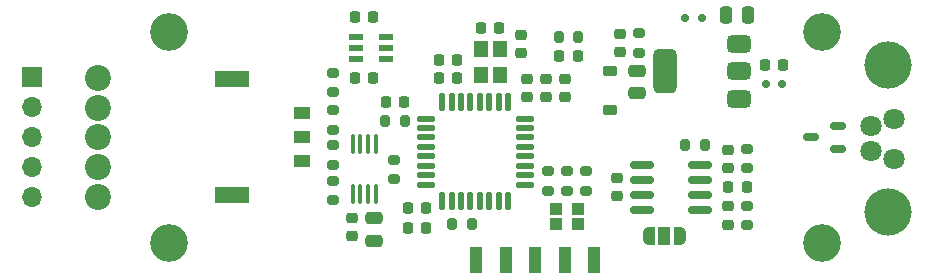
<source format=gts>
G04 #@! TF.GenerationSoftware,KiCad,Pcbnew,8.0.2-1.fc40*
G04 #@! TF.CreationDate,2024-05-13T13:55:01+02:00*
G04 #@! TF.ProjectId,FT24-SLS,46543234-2d53-44c5-932e-6b696361645f,rev?*
G04 #@! TF.SameCoordinates,Original*
G04 #@! TF.FileFunction,Soldermask,Top*
G04 #@! TF.FilePolarity,Negative*
%FSLAX46Y46*%
G04 Gerber Fmt 4.6, Leading zero omitted, Abs format (unit mm)*
G04 Created by KiCad (PCBNEW 8.0.2-1.fc40) date 2024-05-13 13:55:01*
%MOMM*%
%LPD*%
G01*
G04 APERTURE LIST*
G04 Aperture macros list*
%AMRoundRect*
0 Rectangle with rounded corners*
0 $1 Rounding radius*
0 $2 $3 $4 $5 $6 $7 $8 $9 X,Y pos of 4 corners*
0 Add a 4 corners polygon primitive as box body*
4,1,4,$2,$3,$4,$5,$6,$7,$8,$9,$2,$3,0*
0 Add four circle primitives for the rounded corners*
1,1,$1+$1,$2,$3*
1,1,$1+$1,$4,$5*
1,1,$1+$1,$6,$7*
1,1,$1+$1,$8,$9*
0 Add four rect primitives between the rounded corners*
20,1,$1+$1,$2,$3,$4,$5,0*
20,1,$1+$1,$4,$5,$6,$7,0*
20,1,$1+$1,$6,$7,$8,$9,0*
20,1,$1+$1,$8,$9,$2,$3,0*%
%AMFreePoly0*
4,1,19,0.550000,-0.750000,0.000000,-0.750000,0.000000,-0.744911,-0.071157,-0.744911,-0.207708,-0.704816,-0.327430,-0.627875,-0.420627,-0.520320,-0.479746,-0.390866,-0.500000,-0.250000,-0.500000,0.250000,-0.479746,0.390866,-0.420627,0.520320,-0.327430,0.627875,-0.207708,0.704816,-0.071157,0.744911,0.000000,0.744911,0.000000,0.750000,0.550000,0.750000,0.550000,-0.750000,0.550000,-0.750000,
$1*%
%AMFreePoly1*
4,1,19,0.000000,0.744911,0.071157,0.744911,0.207708,0.704816,0.327430,0.627875,0.420627,0.520320,0.479746,0.390866,0.500000,0.250000,0.500000,-0.250000,0.479746,-0.390866,0.420627,-0.520320,0.327430,-0.627875,0.207708,-0.704816,0.071157,-0.744911,0.000000,-0.744911,0.000000,-0.750000,-0.550000,-0.750000,-0.550000,0.750000,0.000000,0.750000,0.000000,0.744911,0.000000,0.744911,
$1*%
G04 Aperture macros list end*
%ADD10RoundRect,0.225000X0.225000X0.250000X-0.225000X0.250000X-0.225000X-0.250000X0.225000X-0.250000X0*%
%ADD11RoundRect,0.200000X-0.275000X0.200000X-0.275000X-0.200000X0.275000X-0.200000X0.275000X0.200000X0*%
%ADD12C,3.200000*%
%ADD13RoundRect,0.225000X-0.225000X-0.250000X0.225000X-0.250000X0.225000X0.250000X-0.225000X0.250000X0*%
%ADD14RoundRect,0.200000X0.275000X-0.200000X0.275000X0.200000X-0.275000X0.200000X-0.275000X-0.200000X0*%
%ADD15FreePoly0,0.000000*%
%ADD16R,1.000000X1.500000*%
%ADD17FreePoly1,0.000000*%
%ADD18RoundRect,0.250000X-0.475000X0.250000X-0.475000X-0.250000X0.475000X-0.250000X0.475000X0.250000X0*%
%ADD19RoundRect,0.225000X0.250000X-0.225000X0.250000X0.225000X-0.250000X0.225000X-0.250000X-0.225000X0*%
%ADD20RoundRect,0.200000X0.200000X0.275000X-0.200000X0.275000X-0.200000X-0.275000X0.200000X-0.275000X0*%
%ADD21R,1.000000X1.000000*%
%ADD22RoundRect,0.150000X-0.825000X-0.150000X0.825000X-0.150000X0.825000X0.150000X-0.825000X0.150000X0*%
%ADD23C,2.200000*%
%ADD24R,2.899999X1.350000*%
%ADD25R,1.450000X1.100000*%
%ADD26RoundRect,0.218750X0.256250X-0.218750X0.256250X0.218750X-0.256250X0.218750X-0.256250X-0.218750X0*%
%ADD27RoundRect,0.218750X0.218750X0.256250X-0.218750X0.256250X-0.218750X-0.256250X0.218750X-0.256250X0*%
%ADD28C,0.100000*%
%ADD29RoundRect,0.125000X-0.125000X0.625000X-0.125000X-0.625000X0.125000X-0.625000X0.125000X0.625000X0*%
%ADD30RoundRect,0.125000X-0.625000X0.125000X-0.625000X-0.125000X0.625000X-0.125000X0.625000X0.125000X0*%
%ADD31RoundRect,0.375000X0.625000X0.375000X-0.625000X0.375000X-0.625000X-0.375000X0.625000X-0.375000X0*%
%ADD32RoundRect,0.500000X0.500000X1.400000X-0.500000X1.400000X-0.500000X-1.400000X0.500000X-1.400000X0*%
%ADD33RoundRect,0.225000X-0.375000X0.225000X-0.375000X-0.225000X0.375000X-0.225000X0.375000X0.225000X0*%
%ADD34C,4.000000*%
%ADD35C,1.800000*%
%ADD36RoundRect,0.150000X-0.150000X-0.200000X0.150000X-0.200000X0.150000X0.200000X-0.150000X0.200000X0*%
%ADD37R,1.200000X0.600000*%
%ADD38RoundRect,0.200000X-0.200000X-0.275000X0.200000X-0.275000X0.200000X0.275000X-0.200000X0.275000X0*%
%ADD39RoundRect,0.150000X0.150000X0.200000X-0.150000X0.200000X-0.150000X-0.200000X0.150000X-0.200000X0*%
%ADD40RoundRect,0.225000X-0.250000X0.225000X-0.250000X-0.225000X0.250000X-0.225000X0.250000X0.225000X0*%
%ADD41RoundRect,0.150000X0.512500X0.150000X-0.512500X0.150000X-0.512500X-0.150000X0.512500X-0.150000X0*%
%ADD42RoundRect,0.100000X-0.100000X0.712500X-0.100000X-0.712500X0.100000X-0.712500X0.100000X0.712500X0*%
%ADD43RoundRect,0.250000X0.250000X0.475000X-0.250000X0.475000X-0.250000X-0.475000X0.250000X-0.475000X0*%
%ADD44R,1.200000X1.400000*%
%ADD45R,1.000000X2.200000*%
%ADD46R,1.700000X1.700000*%
%ADD47O,1.700000X1.700000*%
G04 APERTURE END LIST*
D10*
X136975000Y-91000000D03*
X135425000Y-91000000D03*
D11*
X131000000Y-94675000D03*
X131000000Y-96325000D03*
D12*
X117100000Y-102900000D03*
D13*
X132825000Y-83800000D03*
X134375000Y-83800000D03*
D14*
X156900000Y-86825000D03*
X156900000Y-85175000D03*
D15*
X157700000Y-102305000D03*
D16*
X159000000Y-102305000D03*
D17*
X160300000Y-102305000D03*
D18*
X134400000Y-100850000D03*
X134400000Y-102750000D03*
D19*
X150600000Y-90575000D03*
X150600000Y-89025000D03*
D20*
X162425000Y-94600000D03*
X160775000Y-94600000D03*
D21*
X149875000Y-101325000D03*
X149875000Y-100075000D03*
X151725000Y-100075000D03*
X151725000Y-101325000D03*
D22*
X157125000Y-96295000D03*
X157125000Y-97565000D03*
X157125000Y-98835000D03*
X157125000Y-100105000D03*
X162075000Y-100105000D03*
X162075000Y-98835000D03*
X162075000Y-97565000D03*
X162075000Y-96295000D03*
D11*
X131000000Y-97675000D03*
X131000000Y-99325000D03*
D23*
X111025000Y-89000000D03*
X111025000Y-91500000D03*
X111025000Y-94000000D03*
X111025000Y-96500000D03*
X111025000Y-99000000D03*
D19*
X164400000Y-96575000D03*
X164400000Y-95025000D03*
D11*
X131000000Y-88500000D03*
X131000000Y-90150000D03*
D14*
X166000000Y-101425000D03*
X166000000Y-99775000D03*
D24*
X122375001Y-98855348D03*
X122375001Y-89065352D03*
D25*
X128350000Y-91960350D03*
X128350000Y-93960351D03*
X128350000Y-95960350D03*
D10*
X138875000Y-101700000D03*
X137325000Y-101700000D03*
D26*
X155300000Y-86787500D03*
X155300000Y-85212500D03*
D27*
X169087500Y-87900000D03*
X167512500Y-87900000D03*
D28*
X113700000Y-85500000D03*
X113700000Y-86500000D03*
X113700000Y-87500000D03*
X113700000Y-88500000D03*
X113700000Y-89500000D03*
X113700000Y-90500000D03*
X113700000Y-91500000D03*
X113700000Y-92500000D03*
X113700000Y-93500000D03*
X113700000Y-94500000D03*
X113700000Y-95500000D03*
X113700000Y-96500000D03*
X113700000Y-97500000D03*
X113700000Y-98500000D03*
X113700000Y-99500000D03*
X113700000Y-100500000D03*
X113700000Y-101500000D03*
X113700000Y-102500000D03*
D12*
X172400000Y-85100000D03*
D19*
X147400000Y-90575000D03*
X147400000Y-89025000D03*
D29*
X145800000Y-91025000D03*
X145000000Y-91025000D03*
X144200000Y-91025000D03*
X143400000Y-91025000D03*
X142600000Y-91025000D03*
X141800000Y-91025000D03*
X141000000Y-91025000D03*
X140200000Y-91025000D03*
D30*
X138825000Y-92400000D03*
X138825000Y-93200000D03*
X138825000Y-94000000D03*
X138825000Y-94800000D03*
X138825000Y-95600000D03*
X138825000Y-96400000D03*
X138825000Y-97200000D03*
X138825000Y-98000000D03*
D29*
X140200000Y-99375000D03*
X141000000Y-99375000D03*
X141800000Y-99375000D03*
X142600000Y-99375000D03*
X143400000Y-99375000D03*
X144200000Y-99375000D03*
X145000000Y-99375000D03*
X145800000Y-99375000D03*
D30*
X147175000Y-98000000D03*
X147175000Y-97200000D03*
X147175000Y-96400000D03*
X147175000Y-95600000D03*
X147175000Y-94800000D03*
X147175000Y-94000000D03*
X147175000Y-93200000D03*
X147175000Y-92400000D03*
D31*
X165350000Y-90700000D03*
X165350000Y-88400000D03*
X165350000Y-86100000D03*
D32*
X159050000Y-88400000D03*
D12*
X172400000Y-102900000D03*
D19*
X146900000Y-86875000D03*
X146900000Y-85325000D03*
X149000000Y-90575000D03*
X149000000Y-89025000D03*
D13*
X143500000Y-84700000D03*
X145050000Y-84700000D03*
D11*
X136100000Y-95875000D03*
X136100000Y-97525000D03*
D33*
X154400000Y-88350000D03*
X154400000Y-91650000D03*
D10*
X141461396Y-87400000D03*
X139911396Y-87400000D03*
D34*
X177962500Y-100350000D03*
X177962500Y-87850000D03*
D35*
X178462500Y-92400000D03*
X176512500Y-93025000D03*
X178462500Y-95800000D03*
X176512500Y-95175000D03*
D36*
X162200000Y-83900000D03*
X160800000Y-83900000D03*
D37*
X135450000Y-87350000D03*
X135450000Y-86400000D03*
X135450000Y-85450000D03*
X132950000Y-85450000D03*
X132950000Y-86400000D03*
X132950000Y-87350000D03*
D19*
X155000000Y-98975000D03*
X155000000Y-97425000D03*
D14*
X152400000Y-98525000D03*
X152400000Y-96875000D03*
D38*
X135375000Y-92600000D03*
X137025000Y-92600000D03*
D12*
X117100000Y-85100000D03*
D39*
X167600000Y-89500000D03*
X169000000Y-89500000D03*
D18*
X156700000Y-88350000D03*
X156700000Y-90250000D03*
D40*
X132600000Y-100825000D03*
X132600000Y-102375000D03*
D13*
X164425000Y-98200000D03*
X165975000Y-98200000D03*
D14*
X166000000Y-96625000D03*
X166000000Y-94975000D03*
D10*
X138875000Y-100000000D03*
X137325000Y-100000000D03*
D13*
X150125000Y-87100000D03*
X151675000Y-87100000D03*
D20*
X142725000Y-101300000D03*
X141075000Y-101300000D03*
D11*
X131000000Y-91675000D03*
X131000000Y-93325000D03*
D10*
X141461396Y-89000000D03*
X139911396Y-89000000D03*
D41*
X173737500Y-94950000D03*
X173737500Y-93050000D03*
X171462500Y-94000000D03*
D19*
X164400000Y-101375000D03*
X164400000Y-99825000D03*
D13*
X132825000Y-89000000D03*
X134375000Y-89000000D03*
D20*
X151725000Y-85500000D03*
X150075000Y-85500000D03*
D14*
X149200000Y-98525000D03*
X149200000Y-96875000D03*
D42*
X134575000Y-94587500D03*
X133925000Y-94587500D03*
X133275000Y-94587500D03*
X132625000Y-94587500D03*
X132625000Y-98812500D03*
X133275000Y-98812500D03*
X133925000Y-98812500D03*
X134575000Y-98812500D03*
D43*
X166100000Y-83600000D03*
X164200000Y-83600000D03*
D14*
X150800000Y-98525000D03*
X150800000Y-96875000D03*
D44*
X145100000Y-88700000D03*
X145100000Y-86500000D03*
X143500000Y-86500000D03*
X143500000Y-88700000D03*
D45*
X143100000Y-104400000D03*
X145600000Y-104400000D03*
X148100000Y-104400000D03*
X150600000Y-104400000D03*
X153100000Y-104400000D03*
D46*
X105500000Y-88920000D03*
D47*
X105500000Y-91460000D03*
X105500000Y-94000000D03*
X105500000Y-96540000D03*
X105500000Y-99080000D03*
M02*

</source>
